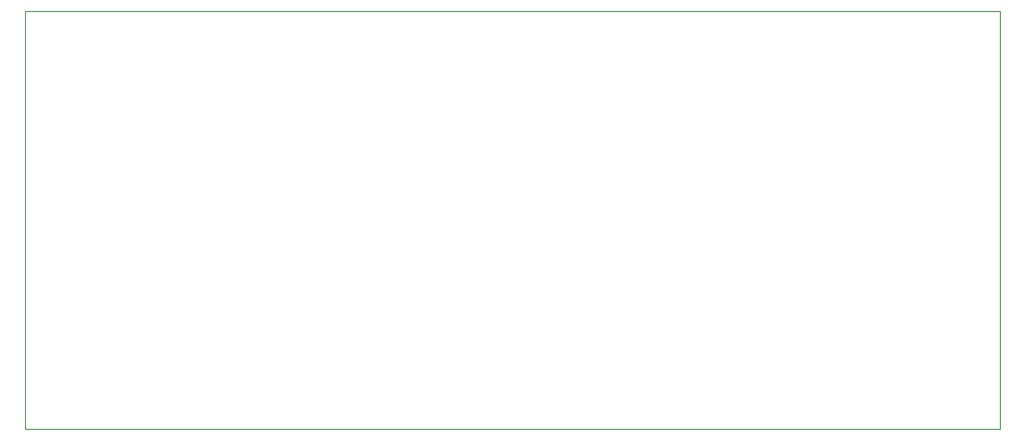
<source format=gbr>
%TF.GenerationSoftware,KiCad,Pcbnew,5.1.9-73d0e3b20d~88~ubuntu20.04.1*%
%TF.CreationDate,2021-01-27T17:21:08-06:00*%
%TF.ProjectId,ProtoPCBs,50726f74-6f50-4434-9273-2e6b69636164,rev?*%
%TF.SameCoordinates,Original*%
%TF.FileFunction,Profile,NP*%
%FSLAX46Y46*%
G04 Gerber Fmt 4.6, Leading zero omitted, Abs format (unit mm)*
G04 Created by KiCad (PCBNEW 5.1.9-73d0e3b20d~88~ubuntu20.04.1) date 2021-01-27 17:21:08*
%MOMM*%
%LPD*%
G01*
G04 APERTURE LIST*
%TA.AperFunction,Profile*%
%ADD10C,0.050000*%
%TD*%
%TA.AperFunction,Profile*%
%ADD11C,0.100000*%
%TD*%
G04 APERTURE END LIST*
D10*
X147320000Y-99060000D02*
X236220000Y-99060000D01*
X147320000Y-60960000D02*
X147320000Y-99060000D01*
X236220000Y-60960000D02*
X147320000Y-60960000D01*
D11*
X236220000Y-60960000D02*
X236220000Y-99060000D01*
M02*

</source>
